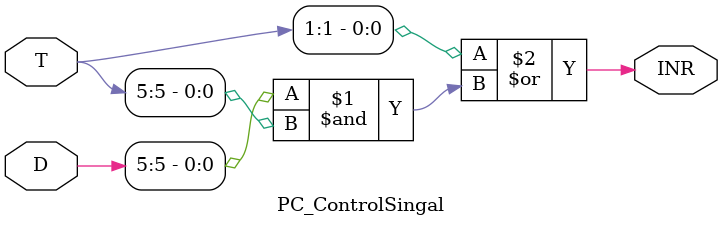
<source format=v>
module PC_ControlSingal (
    /*LD, CLR,  I,*/ D, T,INR
);
// input  I;
input [7:0] T, D;
output /*LD, CLR,*/ INR;

assign INR=(T[1])|(D[5] & T[5]);

endmodule
</source>
